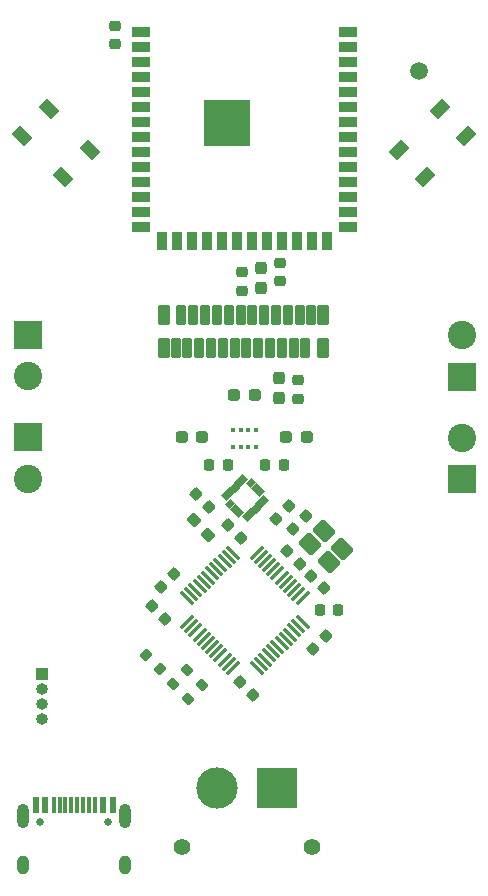
<source format=gbr>
%TF.GenerationSoftware,KiCad,Pcbnew,8.0.4*%
%TF.CreationDate,2024-07-23T16:26:40+02:00*%
%TF.ProjectId,Vertigo Pro PR1,56657274-6967-46f2-9050-726f20505231,DPR1*%
%TF.SameCoordinates,Original*%
%TF.FileFunction,Soldermask,Top*%
%TF.FilePolarity,Negative*%
%FSLAX46Y46*%
G04 Gerber Fmt 4.6, Leading zero omitted, Abs format (unit mm)*
G04 Created by KiCad (PCBNEW 8.0.4) date 2024-07-23 16:26:40*
%MOMM*%
%LPD*%
G01*
G04 APERTURE LIST*
G04 Aperture macros list*
%AMRoundRect*
0 Rectangle with rounded corners*
0 $1 Rounding radius*
0 $2 $3 $4 $5 $6 $7 $8 $9 X,Y pos of 4 corners*
0 Add a 4 corners polygon primitive as box body*
4,1,4,$2,$3,$4,$5,$6,$7,$8,$9,$2,$3,0*
0 Add four circle primitives for the rounded corners*
1,1,$1+$1,$2,$3*
1,1,$1+$1,$4,$5*
1,1,$1+$1,$6,$7*
1,1,$1+$1,$8,$9*
0 Add four rect primitives between the rounded corners*
20,1,$1+$1,$2,$3,$4,$5,0*
20,1,$1+$1,$4,$5,$6,$7,0*
20,1,$1+$1,$6,$7,$8,$9,0*
20,1,$1+$1,$8,$9,$2,$3,0*%
%AMRotRect*
0 Rectangle, with rotation*
0 The origin of the aperture is its center*
0 $1 length*
0 $2 width*
0 $3 Rotation angle, in degrees counterclockwise*
0 Add horizontal line*
21,1,$1,$2,0,0,$3*%
G04 Aperture macros list end*
%ADD10C,1.400000*%
%ADD11C,3.500000*%
%ADD12R,3.500000X3.500000*%
%ADD13RoundRect,0.069250X0.343300X-0.049497X-0.049497X0.343300X-0.343300X0.049497X0.049497X-0.343300X0*%
%ADD14RoundRect,0.069250X0.049497X0.343300X-0.343300X-0.049497X-0.049497X-0.343300X0.343300X0.049497X0*%
%ADD15RoundRect,0.069250X-0.343300X0.049497X0.049497X-0.343300X0.343300X-0.049497X-0.049497X0.343300X0*%
%ADD16RoundRect,0.069250X-0.049497X-0.343300X0.343300X0.049497X0.049497X0.343300X-0.343300X-0.049497X0*%
%ADD17R,2.400000X2.400000*%
%ADD18C,2.400000*%
%ADD19RoundRect,0.237500X-0.380070X0.044194X0.044194X-0.380070X0.380070X-0.044194X-0.044194X0.380070X0*%
%ADD20RoundRect,0.225000X0.250000X-0.225000X0.250000X0.225000X-0.250000X0.225000X-0.250000X-0.225000X0*%
%ADD21RoundRect,0.237500X-0.287500X-0.237500X0.287500X-0.237500X0.287500X0.237500X-0.287500X0.237500X0*%
%ADD22RoundRect,0.225000X-0.250000X0.225000X-0.250000X-0.225000X0.250000X-0.225000X0.250000X0.225000X0*%
%ADD23RoundRect,0.200000X0.053033X-0.335876X0.335876X-0.053033X-0.053033X0.335876X-0.335876X0.053033X0*%
%ADD24RotRect,1.500000X1.000000X135.000000*%
%ADD25RoundRect,0.225000X0.225000X0.250000X-0.225000X0.250000X-0.225000X-0.250000X0.225000X-0.250000X0*%
%ADD26RoundRect,0.225000X0.017678X-0.335876X0.335876X-0.017678X-0.017678X0.335876X-0.335876X0.017678X0*%
%ADD27RoundRect,0.225000X-0.225000X-0.250000X0.225000X-0.250000X0.225000X0.250000X-0.225000X0.250000X0*%
%ADD28RoundRect,0.102000X-0.088388X0.901561X-0.901561X0.088388X0.088388X-0.901561X0.901561X-0.088388X0*%
%ADD29C,1.500000*%
%ADD30RoundRect,0.225000X-0.017678X0.335876X-0.335876X0.017678X0.017678X-0.335876X0.335876X-0.017678X0*%
%ADD31RoundRect,0.237500X-0.237500X0.300000X-0.237500X-0.300000X0.237500X-0.300000X0.237500X0.300000X0*%
%ADD32C,0.650000*%
%ADD33R,0.600000X1.450000*%
%ADD34R,0.300000X1.450000*%
%ADD35O,1.000000X2.100000*%
%ADD36O,1.000000X1.600000*%
%ADD37RoundRect,0.225000X0.335876X0.017678X0.017678X0.335876X-0.335876X-0.017678X-0.017678X-0.335876X0*%
%ADD38RoundRect,0.237500X0.237500X-0.300000X0.237500X0.300000X-0.237500X0.300000X-0.237500X-0.300000X0*%
%ADD39RoundRect,0.225000X-0.335876X-0.017678X-0.017678X-0.335876X0.335876X0.017678X0.017678X0.335876X0*%
%ADD40R,1.500000X0.900000*%
%ADD41R,0.900000X1.500000*%
%ADD42C,0.600000*%
%ADD43R,3.900000X3.900000*%
%ADD44RoundRect,0.075000X0.415425X0.521491X-0.521491X-0.415425X-0.415425X-0.521491X0.521491X0.415425X0*%
%ADD45RoundRect,0.075000X-0.415425X0.521491X-0.521491X0.415425X0.415425X-0.521491X0.521491X-0.415425X0*%
%ADD46RotRect,1.500000X1.000000X45.000000*%
%ADD47RoundRect,0.102000X0.300000X0.750000X-0.300000X0.750000X-0.300000X-0.750000X0.300000X-0.750000X0*%
%ADD48RoundRect,0.102000X0.400000X0.750000X-0.400000X0.750000X-0.400000X-0.750000X0.400000X-0.750000X0*%
%ADD49R,0.350000X0.350000*%
%ADD50RoundRect,0.200000X0.335876X0.053033X0.053033X0.335876X-0.335876X-0.053033X-0.053033X-0.335876X0*%
%ADD51R,1.000000X1.000000*%
%ADD52O,1.000000X1.000000*%
G04 APERTURE END LIST*
D10*
%TO.C,BT3*%
X154300000Y-145750000D03*
X143300000Y-145750000D03*
D11*
X146300000Y-140750000D03*
D12*
X151300000Y-140750000D03*
%TD*%
D13*
%TO.C,IC1*%
X148821249Y-117842569D03*
X149174802Y-117489016D03*
X149528356Y-117135463D03*
X149881909Y-116781909D03*
X150235462Y-116428356D03*
D14*
X149881909Y-115707107D03*
X149528356Y-115353553D03*
X149174802Y-115000000D03*
D15*
X148453553Y-114646447D03*
X148100000Y-115000000D03*
X147746446Y-115353553D03*
X147392893Y-115707107D03*
X147039340Y-116060660D03*
D16*
X147392893Y-116781909D03*
X147746446Y-117135463D03*
X148100000Y-117489016D03*
%TD*%
D17*
%TO.C,J6*%
X167000000Y-105950000D03*
D18*
X167000000Y-102450000D03*
%TD*%
D19*
%TO.C,C33*%
X144290120Y-118140120D03*
X145509880Y-119359880D03*
%TD*%
D20*
%TO.C,C19*%
X153150000Y-107825000D03*
X153150000Y-106275000D03*
%TD*%
D21*
%TO.C,D6*%
X147725000Y-107550000D03*
X149475000Y-107550000D03*
%TD*%
D22*
%TO.C,C16*%
X137600000Y-76275000D03*
X137600000Y-77825000D03*
%TD*%
D23*
%TO.C,R3*%
X143783274Y-133216726D03*
X144950000Y-132050000D03*
%TD*%
D24*
%TO.C,D9*%
X132035177Y-83336218D03*
X129772436Y-85598959D03*
X133237259Y-89063782D03*
X135500000Y-86801041D03*
%TD*%
D25*
%TO.C,C35*%
X151900000Y-113450000D03*
X150350000Y-113450000D03*
%TD*%
D21*
%TO.C,D1*%
X143275000Y-111050000D03*
X145025000Y-111050000D03*
%TD*%
D17*
%TO.C,J7*%
X167000000Y-114650000D03*
D18*
X167000000Y-111150000D03*
%TD*%
D26*
%TO.C,C7*%
X141501992Y-123798008D03*
X142598008Y-122701992D03*
%TD*%
D27*
%TO.C,C4*%
X154975000Y-125700000D03*
X156525000Y-125700000D03*
%TD*%
D28*
%TO.C,Y1*%
X156843503Y-120562132D03*
X155287868Y-119006497D03*
X154156497Y-120137868D03*
X155712132Y-121693503D03*
%TD*%
D29*
%TO.C,GND*%
X163400000Y-80100000D03*
%TD*%
D30*
%TO.C,C31*%
X152348008Y-116926992D03*
X151251992Y-118023008D03*
%TD*%
D31*
%TO.C,C20*%
X150000000Y-96737499D03*
X150000000Y-98462501D03*
%TD*%
D17*
%TO.C,J5*%
X130250000Y-102400000D03*
D18*
X130250000Y-105900000D03*
%TD*%
D23*
%TO.C,R2*%
X142533274Y-131966726D03*
X143700000Y-130800000D03*
%TD*%
D22*
%TO.C,C21*%
X151600000Y-96325000D03*
X151600000Y-97875000D03*
%TD*%
D32*
%TO.C,J2*%
X131284999Y-143675000D03*
X137064999Y-143675000D03*
D33*
X130924999Y-142230000D03*
X131724998Y-142230000D03*
D34*
X132924999Y-142230001D03*
X133924999Y-142230000D03*
X134424999Y-142230000D03*
X135424999Y-142230001D03*
D33*
X136625000Y-142230000D03*
X137424999Y-142230000D03*
X137424999Y-142230000D03*
X136625000Y-142230000D03*
D34*
X135924999Y-142230000D03*
X134924999Y-142230000D03*
X133424999Y-142230000D03*
X132424999Y-142230000D03*
D33*
X131724998Y-142230000D03*
X130924999Y-142230000D03*
D35*
X129854999Y-143145000D03*
D36*
X129854999Y-147325000D03*
D35*
X138494999Y-143145000D03*
D36*
X138494999Y-147325000D03*
%TD*%
D37*
%TO.C,C5*%
X153248008Y-121798008D03*
X152151992Y-120701992D03*
%TD*%
D38*
%TO.C,C18*%
X151500000Y-107762501D03*
X151500000Y-106037499D03*
%TD*%
D39*
%TO.C,C3*%
X154251992Y-122801992D03*
X155348008Y-123898008D03*
%TD*%
D40*
%TO.C,U3*%
X139850000Y-76740000D03*
X139850000Y-78010000D03*
X139850000Y-79280000D03*
X139850000Y-80550000D03*
X139850000Y-81820000D03*
X139850000Y-83090000D03*
X139850000Y-84360000D03*
X139850000Y-85630000D03*
X139850000Y-86900000D03*
X139850000Y-88170000D03*
X139850000Y-89440000D03*
X139850000Y-90710000D03*
X139850000Y-91980000D03*
X139850000Y-93250000D03*
D41*
X141615000Y-94500000D03*
X142885000Y-94500000D03*
X144155000Y-94500000D03*
X145425000Y-94500000D03*
X146695000Y-94500000D03*
X147965000Y-94500000D03*
X149235000Y-94500000D03*
X150505000Y-94500000D03*
X151775000Y-94500000D03*
X153045000Y-94500000D03*
X154315000Y-94500000D03*
X155585000Y-94500000D03*
D40*
X157350000Y-93250000D03*
X157350000Y-91980000D03*
X157350000Y-90710000D03*
X157350000Y-89440000D03*
X157350000Y-88170000D03*
X157350000Y-86900000D03*
X157350000Y-85630000D03*
X157350000Y-84360000D03*
X157350000Y-83090000D03*
X157350000Y-81820000D03*
X157350000Y-80550000D03*
X157350000Y-79280000D03*
X157350000Y-78010000D03*
X157350000Y-76740000D03*
D42*
X145700000Y-83760000D03*
X145700000Y-85160000D03*
X146400000Y-83060000D03*
X146400000Y-84460000D03*
X146400000Y-85860000D03*
X147100000Y-83760000D03*
D43*
X147100000Y-84460000D03*
D42*
X147100000Y-85160000D03*
X147800000Y-83060000D03*
X147800000Y-84460000D03*
X147800000Y-85860000D03*
X148500000Y-83760000D03*
X148500000Y-85160000D03*
%TD*%
D22*
%TO.C,C22*%
X148400000Y-97125000D03*
X148400000Y-98675000D03*
%TD*%
D37*
%TO.C,C34*%
X145598008Y-116998008D03*
X144501992Y-115901992D03*
%TD*%
D21*
%TO.C,D2*%
X152125000Y-111050000D03*
X153875000Y-111050000D03*
%TD*%
D30*
%TO.C,C8*%
X155448008Y-127901992D03*
X154351992Y-128998008D03*
%TD*%
D44*
%TO.C,U1*%
X153497876Y-124741212D03*
X153144322Y-124387658D03*
X152790769Y-124034105D03*
X152437215Y-123680551D03*
X152083662Y-123326998D03*
X151730109Y-122973445D03*
X151376555Y-122619891D03*
X151023002Y-122266338D03*
X150669449Y-121912785D03*
X150315895Y-121559231D03*
X149962342Y-121205678D03*
X149608788Y-120852124D03*
D45*
X147611212Y-120852124D03*
X147257658Y-121205678D03*
X146904105Y-121559231D03*
X146550551Y-121912785D03*
X146196998Y-122266338D03*
X145843445Y-122619891D03*
X145489891Y-122973445D03*
X145136338Y-123326998D03*
X144782785Y-123680551D03*
X144429231Y-124034105D03*
X144075678Y-124387658D03*
X143722124Y-124741212D03*
D44*
X143722124Y-126738788D03*
X144075678Y-127092342D03*
X144429231Y-127445895D03*
X144782785Y-127799449D03*
X145136338Y-128153002D03*
X145489891Y-128506555D03*
X145843445Y-128860109D03*
X146196998Y-129213662D03*
X146550551Y-129567215D03*
X146904105Y-129920769D03*
X147257658Y-130274322D03*
X147611212Y-130627876D03*
D45*
X149608788Y-130627876D03*
X149962342Y-130274322D03*
X150315895Y-129920769D03*
X150669449Y-129567215D03*
X151023002Y-129213662D03*
X151376555Y-128860109D03*
X151730109Y-128506555D03*
X152083662Y-128153002D03*
X152437215Y-127799449D03*
X152790769Y-127445895D03*
X153144322Y-127092342D03*
X153497876Y-126738788D03*
%TD*%
D46*
%TO.C,D8*%
X167363782Y-85598959D03*
X165101041Y-83336218D03*
X161636218Y-86801041D03*
X163898959Y-89063782D03*
%TD*%
D47*
%TO.C,J3*%
X154249999Y-100700000D03*
X153750000Y-103500000D03*
X153250000Y-100700000D03*
X152750000Y-103500000D03*
X152250000Y-100700000D03*
X151750001Y-103500000D03*
X151250000Y-100700000D03*
X150750000Y-103500000D03*
X150249999Y-100700000D03*
X149750000Y-103500000D03*
X149250001Y-100700000D03*
X148750000Y-103500000D03*
X148250000Y-100700000D03*
X147749999Y-103500000D03*
X147250000Y-100700000D03*
X146750001Y-103500000D03*
X146250000Y-100700000D03*
X145750000Y-103500000D03*
X145249999Y-100700000D03*
X144750000Y-103500000D03*
X144250000Y-100700000D03*
X143750000Y-103500000D03*
X143250000Y-100700000D03*
X142750001Y-103500000D03*
D48*
X155250000Y-103500000D03*
X155250000Y-100700000D03*
X141750000Y-103500000D03*
X141750000Y-100700000D03*
%TD*%
D26*
%TO.C,C9*%
X152700000Y-118850000D03*
X153796016Y-117753984D03*
%TD*%
D49*
%TO.C,IC2*%
X147624999Y-110441000D03*
X148275000Y-110441000D03*
X148925000Y-110441000D03*
X149575001Y-110441000D03*
X149575001Y-111891000D03*
X148925000Y-111891000D03*
X148275000Y-111891000D03*
X147624999Y-111891000D03*
%TD*%
D37*
%TO.C,C32*%
X148248008Y-119598008D03*
X147151992Y-118501992D03*
%TD*%
D17*
%TO.C,J4*%
X130250000Y-111100000D03*
D18*
X130250000Y-114600000D03*
%TD*%
D39*
%TO.C,C6*%
X148201992Y-131801992D03*
X149298008Y-132898008D03*
%TD*%
D37*
%TO.C,C1*%
X141848008Y-126448008D03*
X140751992Y-125351992D03*
%TD*%
D25*
%TO.C,C36*%
X147150000Y-113475000D03*
X145600000Y-113475000D03*
%TD*%
D50*
%TO.C,R48*%
X141400000Y-130691726D03*
X140233274Y-129525000D03*
%TD*%
D51*
%TO.C,J1*%
X131475000Y-131100000D03*
D52*
X131475000Y-132370001D03*
X131475000Y-133640000D03*
X131475000Y-134910000D03*
%TD*%
M02*

</source>
